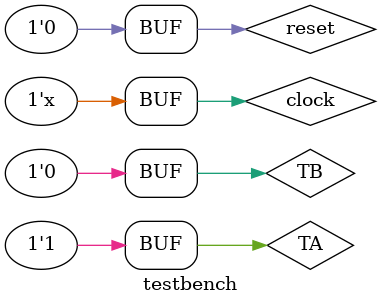
<source format=v>
`timescale 1ns / 1ps
module testbench();
  
    // We need to give values at the inputs, so we define them as registers  
	reg clock;
	reg reset;
	reg TA, TB;
	
	//The outputs are wires. We don't connect them to anything, but we need to 
	// declare them to visualize them in the output timing diagram
	wire [2:0] LA, LB;
	wire [1:0] state; 
	
	// an instance of the Device Under Test
	semaforo DUT(
        .clock (clock),
        .reset (reset),
        .TA (TA),
        .TB (TB),
        .LA (LA),
        .LB (LB),
        .state_out (state)
        );
            
	// generate a clock signal that inverts its value every five time units
	always  #5 clock=~clock;
	
	//here we assign values to the inputs
	initial begin
		clock = 1'b0;
		reset = 1'b1;
		TA = 1'b1;
		TB = 1'b0;
		#100;
		
		reset = 1'b0;
		#30 TA = 1'b0;
		
		#200 TB = 1'b1;
		#100 TA = 1'b1;
		#100 TB = 1'b0;
	end

endmodule

</source>
